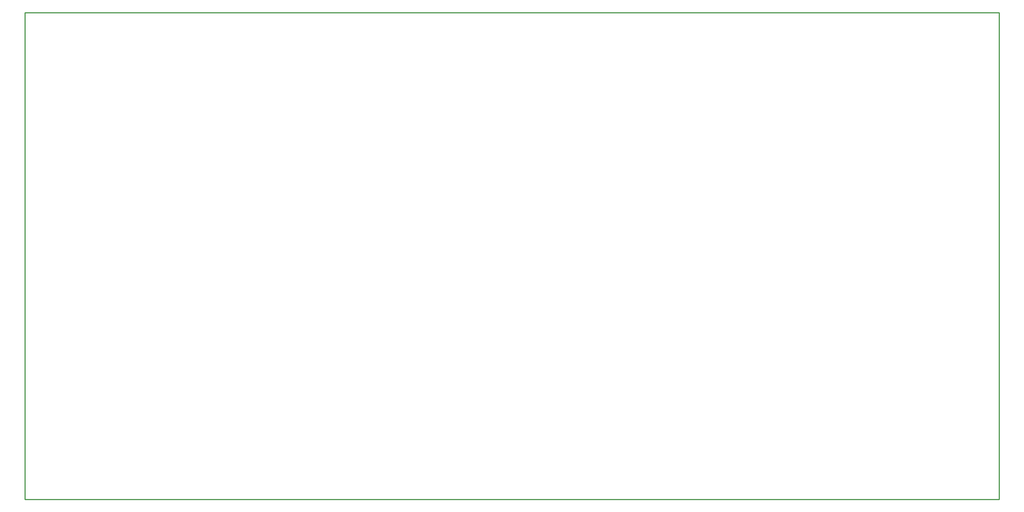
<source format=gbr>
G04 EAGLE Gerber RS-274X export*
G75*
%MOMM*%
%FSLAX34Y34*%
%LPD*%
%IN*%
%IPPOS*%
%AMOC8*
5,1,8,0,0,1.08239X$1,22.5*%
G01*
G04 Define Apertures*
%ADD10C,0.254000*%
D10*
X0Y0D02*
X2286000Y0D01*
X2286000Y1143000D01*
X0Y1143000D01*
X0Y0D01*
M02*

</source>
